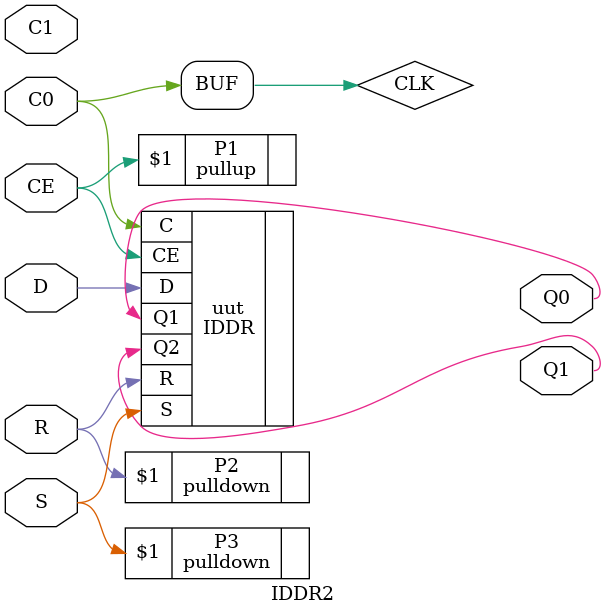
<source format=v>


`timescale  1 ps / 1 ps

module IDDR2 (Q0, Q1, C0, C1, CE, D, R, S);
    
    output Q0;
    output Q1;
    
    input C0;
    input C1;
    input CE;
    input D;
    input R;
    input S;

    parameter DDR_ALIGNMENT = "NONE";
    parameter [0:0] INIT_Q0 = 1'b0;
    parameter [0:0] INIT_Q1 = 1'b0;
    parameter SRTYPE = "SYNC";

    pullup   P1 (CE);
    pulldown P2 (R);
    pulldown P3 (S);

   
    wire CLK; 


//    assign CLK = ((DDR_ALIGNMENT== "C0") || (DDR_ALIGNMENT== "NONE"))?  C0 : C1;
    generate if((DDR_ALIGNMENT== "C0")  || (DDR_ALIGNMENT== "NONE"))
      assign CLK = C0;
    else
      assign CLK = C1;
    endgenerate

     localparam DDR_CLK_EDGE_IDDR =   (DDR_ALIGNMENT== "NONE")? "OPPOSITE_EDGE" : "SAME_EDGE";

    IDDR     #( // attributes
                 .DDR_CLK_EDGE(DDR_CLK_EDGE_IDDR), 
                 .INIT_Q1(INIT_Q0),
                 .INIT_Q2(INIT_Q1),
                 .SRTYPE(SRTYPE)
               ) 
             uut
               ( // outputs
                 .Q1(Q0),
                 .Q2(Q1),

                 // inputs
                 .C(CLK),   
                 .CE(CE),
                 .D(D),
                 .R(R),
                 .S(S)
               ); 

endmodule // IDDR2

</source>
